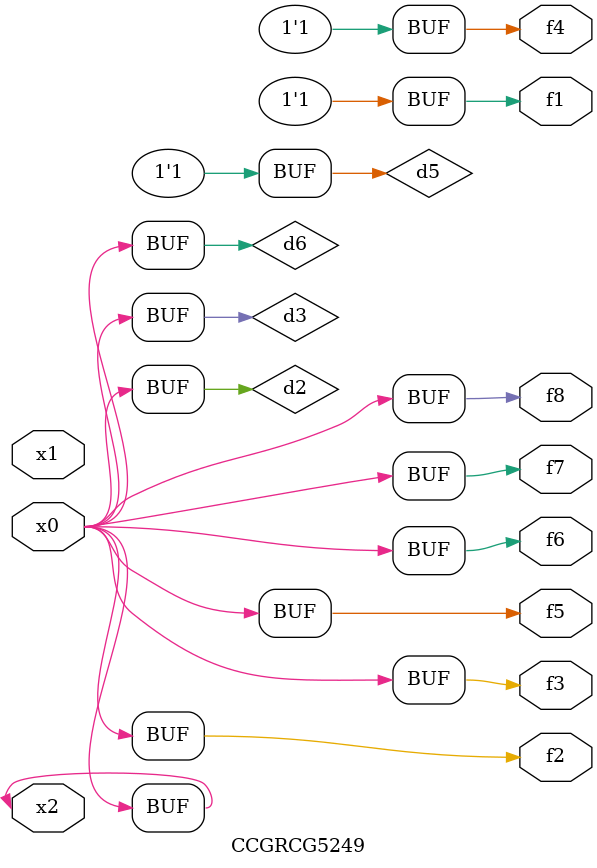
<source format=v>
module CCGRCG5249(
	input x0, x1, x2,
	output f1, f2, f3, f4, f5, f6, f7, f8
);

	wire d1, d2, d3, d4, d5, d6;

	xnor (d1, x2);
	buf (d2, x0, x2);
	and (d3, x0);
	xnor (d4, x1, x2);
	nand (d5, d1, d3);
	buf (d6, d2, d3);
	assign f1 = d5;
	assign f2 = d6;
	assign f3 = d6;
	assign f4 = d5;
	assign f5 = d6;
	assign f6 = d6;
	assign f7 = d6;
	assign f8 = d6;
endmodule

</source>
